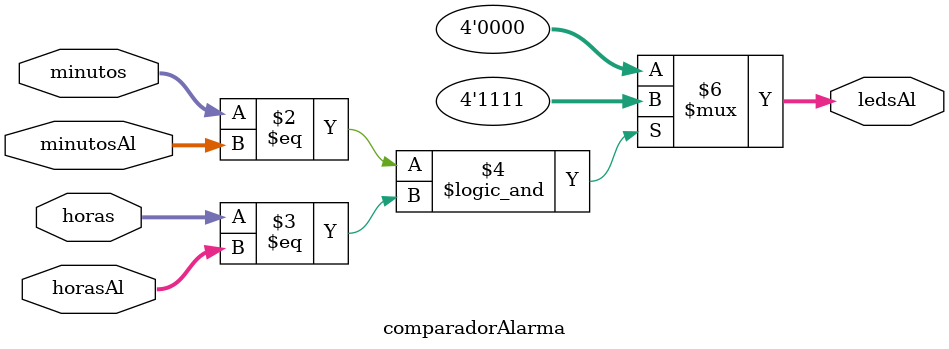
<source format=v>
`timescale 1ns / 1ps
module comparadorAlarma(minutos,horas,minutosAl,horasAl,ledsAl);

input [6:0] minutos,minutosAl;
input [4:0] horas,horasAl;
output reg[3:0] ledsAl;

always@(*)begin

		if((minutos==minutosAl)&&(horas==horasAl))begin
			ledsAl=4'b1111;
		end
		else begin 
			ledsAl=4'b0000;
		end

end

endmodule

</source>
